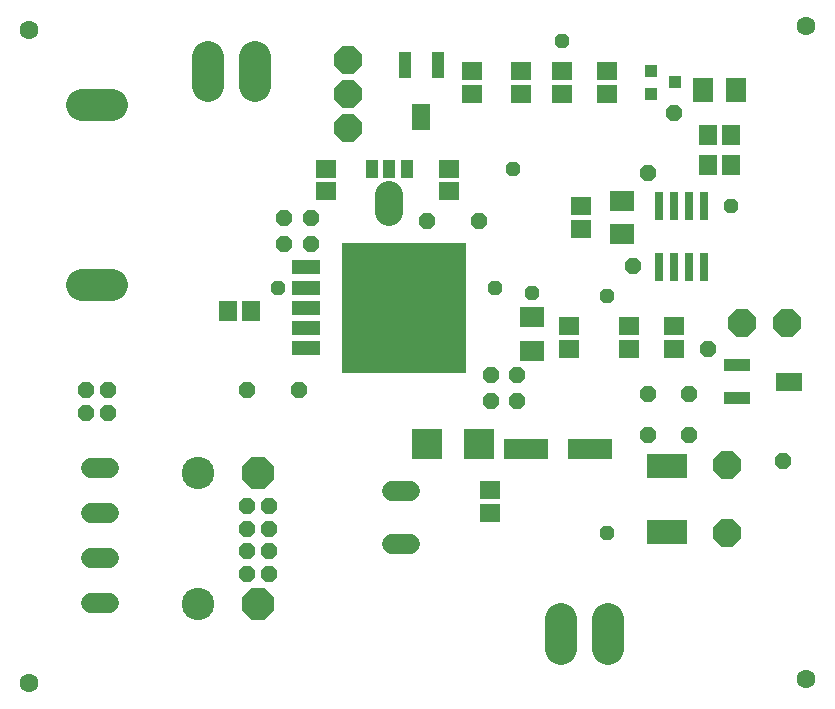
<source format=gts>
G75*
%MOIN*%
%OFA0B0*%
%FSLAX25Y25*%
%IPPOS*%
%LPD*%
%AMOC8*
5,1,8,0,0,1.08239X$1,22.5*
%
%ADD10C,0.06312*%
%ADD11R,0.06706X0.05918*%
%ADD12R,0.05918X0.06706*%
%ADD13R,0.14580X0.07099*%
%ADD14R,0.10249X0.10249*%
%ADD15C,0.09461*%
%ADD16R,0.04134X0.06201*%
%ADD17R,0.04300X0.03900*%
%ADD18R,0.03162X0.09461*%
%ADD19R,0.07898X0.07099*%
%ADD20R,0.07099X0.07898*%
%ADD21R,0.08674X0.04343*%
%ADD22R,0.08674X0.05918*%
%ADD23R,0.13398X0.07887*%
%ADD24R,0.04343X0.08674*%
%ADD25R,0.05918X0.08674*%
%ADD26R,0.07099X0.05918*%
%ADD27C,0.06800*%
%ADD28R,0.05918X0.07099*%
%ADD29R,0.41784X0.43320*%
%ADD30R,0.09300X0.05000*%
%ADD31C,0.10700*%
%ADD32C,0.10800*%
%ADD33C,0.10800*%
%ADD34OC8,0.10800*%
%ADD35OC8,0.09300*%
%ADD36OC8,0.05550*%
%ADD37OC8,0.04762*%
D10*
X0007200Y0007200D03*
X0007200Y0224700D03*
X0265950Y0225950D03*
X0265950Y0008450D03*
D11*
X0160763Y0063785D03*
X0160763Y0071265D03*
X0147200Y0170960D03*
X0147200Y0178440D03*
X0170950Y0203460D03*
X0170950Y0210940D03*
X0106048Y0178411D03*
X0106048Y0170930D03*
D12*
X0080940Y0130950D03*
X0073460Y0130950D03*
X0233460Y0189700D03*
X0240940Y0189700D03*
D13*
X0194080Y0085025D03*
X0172820Y0085025D03*
D14*
X0156974Y0086875D03*
X0139651Y0086875D03*
D15*
X0127200Y0169877D02*
X0127200Y0169877D01*
X0127200Y0163971D01*
X0127200Y0163971D01*
X0127200Y0169877D01*
D16*
X0127200Y0178450D03*
X0121294Y0178450D03*
X0133106Y0178450D03*
D17*
X0214450Y0203500D03*
X0214450Y0211100D03*
X0222450Y0207300D03*
D18*
X0222200Y0166186D03*
X0217200Y0166186D03*
X0227200Y0166186D03*
X0232200Y0166186D03*
X0232200Y0145714D03*
X0227200Y0145714D03*
X0222200Y0145714D03*
X0217200Y0145714D03*
D19*
X0204700Y0156602D03*
X0204700Y0167798D03*
X0174700Y0129048D03*
X0174700Y0117852D03*
D20*
X0231602Y0204700D03*
X0242798Y0204700D03*
D21*
X0242978Y0113037D03*
X0242978Y0102013D03*
D22*
X0260300Y0107525D03*
D23*
X0219700Y0079474D03*
X0219700Y0057426D03*
D24*
X0143312Y0213135D03*
X0132289Y0213135D03*
D25*
X0137800Y0195812D03*
D26*
X0154700Y0203460D03*
X0154700Y0210940D03*
X0184700Y0210940D03*
X0184700Y0203460D03*
X0199700Y0203460D03*
X0199700Y0210940D03*
X0190950Y0165940D03*
X0190950Y0158460D03*
X0187200Y0125940D03*
X0187200Y0118460D03*
X0207200Y0118460D03*
X0207200Y0125940D03*
X0222200Y0125940D03*
X0222200Y0118460D03*
D27*
X0133950Y0070950D02*
X0127950Y0070950D01*
X0127950Y0053450D02*
X0133950Y0053450D01*
X0033802Y0048775D02*
X0027802Y0048775D01*
X0027802Y0033775D02*
X0033802Y0033775D01*
X0033802Y0063775D02*
X0027802Y0063775D01*
X0027802Y0078775D02*
X0033802Y0078775D01*
D28*
X0233460Y0179700D03*
X0240940Y0179700D03*
D29*
X0132200Y0132200D03*
D30*
X0099400Y0132200D03*
X0099400Y0125500D03*
X0099400Y0118800D03*
X0099400Y0138900D03*
X0099400Y0145600D03*
D31*
X0082500Y0206000D02*
X0082500Y0215900D01*
X0066900Y0215900D02*
X0066900Y0206000D01*
X0184400Y0028400D02*
X0184400Y0018500D01*
X0200000Y0018500D02*
X0200000Y0028400D01*
D32*
X0034700Y0139700D02*
X0024700Y0139700D01*
X0024700Y0199700D02*
X0034700Y0199700D01*
D33*
X0063450Y0077200D03*
X0063450Y0033450D03*
D34*
X0083450Y0033450D03*
X0083450Y0077200D03*
D35*
X0113450Y0192200D03*
X0113450Y0203450D03*
X0113450Y0214700D03*
X0244700Y0127200D03*
X0259700Y0127200D03*
X0239700Y0079700D03*
X0239700Y0057200D03*
D36*
X0258450Y0080950D03*
X0227200Y0089700D03*
X0213450Y0089700D03*
X0213450Y0103450D03*
X0227200Y0103450D03*
X0233450Y0118450D03*
X0208450Y0145950D03*
X0213450Y0177200D03*
X0222200Y0197200D03*
X0157200Y0160950D03*
X0139700Y0160950D03*
X0127200Y0163450D03*
X0127200Y0170950D03*
X0100950Y0162200D03*
X0092200Y0162200D03*
X0092200Y0153450D03*
X0100950Y0153450D03*
X0097200Y0104700D03*
X0079700Y0104700D03*
X0079700Y0065950D03*
X0087200Y0065950D03*
X0087200Y0058450D03*
X0079700Y0058450D03*
X0079700Y0050950D03*
X0087200Y0050950D03*
X0087200Y0043450D03*
X0079700Y0043450D03*
X0033450Y0097200D03*
X0033450Y0104700D03*
X0025950Y0104700D03*
X0025950Y0097200D03*
X0160950Y0100950D03*
X0160950Y0109700D03*
X0169700Y0109700D03*
X0169700Y0100950D03*
D37*
X0174700Y0137200D03*
X0162436Y0138814D03*
X0199700Y0135950D03*
X0240950Y0165950D03*
X0184700Y0220950D03*
X0168450Y0178450D03*
X0089995Y0138814D03*
X0199700Y0057200D03*
M02*

</source>
